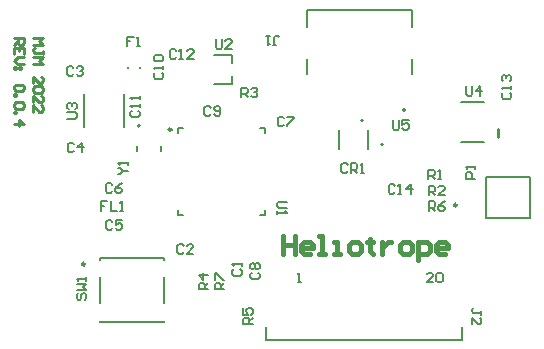
<source format=gto>
G04*
G04 #@! TF.GenerationSoftware,Altium Limited,Altium Designer,22.11.1 (43)*
G04*
G04 Layer_Color=65535*
%FSLAX25Y25*%
%MOIN*%
G70*
G04*
G04 #@! TF.SameCoordinates,DEB3DBE2-8002-4474-A54A-6D249E35E665*
G04*
G04*
G04 #@! TF.FilePolarity,Positive*
G04*
G01*
G75*
%ADD10C,0.00787*%
%ADD11C,0.00984*%
%ADD12C,0.01000*%
%ADD13C,0.00600*%
%ADD14C,0.00591*%
%ADD15C,0.00500*%
%ADD16C,0.01500*%
%ADD17C,0.00800*%
D10*
X126891Y65187D02*
G03*
X126891Y65187I-394J0D01*
G01*
X45847Y71480D02*
G03*
X45847Y71480I-394J0D01*
G01*
X134276Y76720D02*
G03*
X134276Y76720I-394J0D01*
G01*
X41932Y90902D02*
Y91098D01*
X45869Y90902D02*
Y91098D01*
X161016Y54291D02*
X175976D01*
Y40709D02*
Y54291D01*
X161016Y40709D02*
X175976D01*
X161016D02*
Y54291D01*
X87921Y240D02*
Y4571D01*
Y240D02*
X153079D01*
X153079D02*
Y4571D01*
X58433Y41633D02*
X60106D01*
X58433D02*
Y43306D01*
X85894Y41633D02*
X87567D01*
Y43306D01*
Y69094D02*
Y70767D01*
X85894D02*
X87567D01*
X58433D02*
X60106D01*
X58433Y69094D02*
Y70767D01*
X32670Y27330D02*
X53930D01*
Y6070D02*
Y6562D01*
Y12271D02*
Y21129D01*
Y26838D02*
Y27330D01*
X32670Y6070D02*
X53930D01*
X32670D02*
Y6562D01*
Y12271D02*
Y21129D01*
Y26838D02*
Y27330D01*
X101402Y88886D02*
Y93650D01*
X136598Y88886D02*
Y93650D01*
X101402Y104358D02*
Y110224D01*
X136598D01*
Y104358D02*
Y110224D01*
D11*
X151469Y45039D02*
G03*
X151469Y45039I-492J0D01*
G01*
X56366Y70176D02*
G03*
X56366Y70176I-492J0D01*
G01*
X27552Y25361D02*
G03*
X27552Y25361I-492J0D01*
G01*
D12*
X165200Y67800D02*
Y70300D01*
X119400Y73300D02*
X120000D01*
X10200Y100700D02*
X13399D01*
X12333Y99634D01*
X13399Y98567D01*
X10200D01*
X13399Y95368D02*
Y96435D01*
Y95902D01*
X10733D01*
X10200Y96435D01*
Y96968D01*
X10733Y97501D01*
X10200Y94302D02*
X13399D01*
X12333Y93236D01*
X13399Y92169D01*
X10200D01*
Y85772D02*
Y87904D01*
X12333Y85772D01*
X12866D01*
X13399Y86305D01*
Y87371D01*
X12866Y87904D01*
Y84705D02*
X13399Y84172D01*
Y83106D01*
X12866Y82573D01*
X10733D01*
X10200Y83106D01*
Y84172D01*
X10733Y84705D01*
X12866D01*
X10200Y79374D02*
Y81506D01*
X12333Y79374D01*
X12866D01*
X13399Y79907D01*
Y80973D01*
X12866Y81506D01*
X10200Y76175D02*
Y78307D01*
X12333Y76175D01*
X12866D01*
X13399Y76708D01*
Y77774D01*
X12866Y78307D01*
X4000Y100700D02*
X7199D01*
Y99101D01*
X6666Y98567D01*
X5599D01*
X5066Y99101D01*
Y100700D01*
Y99634D02*
X4000Y98567D01*
X7199Y95368D02*
Y97501D01*
X4000D01*
Y95368D01*
X5599Y97501D02*
Y96435D01*
X7199Y94302D02*
X5066D01*
X4000Y93236D01*
X5066Y92169D01*
X7199D01*
X6133Y91103D02*
Y90570D01*
X5599D01*
Y91103D01*
X6133D01*
X4533D02*
Y90570D01*
X4000D01*
Y91103D01*
X4533D01*
X6666Y85238D02*
X7199Y84705D01*
Y83639D01*
X6666Y83106D01*
X4533D01*
X4000Y83639D01*
Y84705D01*
X4533Y85238D01*
X6666D01*
X4000Y82039D02*
X4533D01*
Y81506D01*
X4000D01*
Y82039D01*
X6666Y79374D02*
X7199Y78840D01*
Y77774D01*
X6666Y77241D01*
X4533D01*
X4000Y77774D01*
Y78840D01*
X4533Y79374D01*
X6666D01*
X4000Y76175D02*
X4533D01*
Y75641D01*
X4000D01*
Y76175D01*
Y71909D02*
X7199D01*
X5599Y73509D01*
Y71376D01*
D13*
X152850Y66200D02*
X160550D01*
X152850Y79400D02*
X160550D01*
X121950Y63650D02*
Y69950D01*
X112250Y63650D02*
Y69950D01*
X76650Y92410D02*
Y95150D01*
X70350Y85250D02*
X76650D01*
Y87990D01*
X70350Y95150D02*
X76650D01*
D14*
X27207Y71088D02*
Y82112D01*
X40593Y71088D02*
Y82112D01*
D15*
X52737Y63130D02*
Y64870D01*
X44863Y63130D02*
Y64870D01*
D16*
X93600Y34797D02*
Y28799D01*
Y31798D01*
X97599D01*
Y34797D01*
Y28799D01*
X102597D02*
X100598D01*
X99598Y29799D01*
Y31798D01*
X100598Y32798D01*
X102597D01*
X103597Y31798D01*
Y30799D01*
X99598D01*
X105596Y28799D02*
X107596D01*
X106596D01*
Y34797D01*
X105596D01*
X110594Y28799D02*
X112594D01*
X111594D01*
Y32798D01*
X110594D01*
X116593Y28799D02*
X118592D01*
X119592Y29799D01*
Y31798D01*
X118592Y32798D01*
X116593D01*
X115593Y31798D01*
Y29799D01*
X116593Y28799D01*
X122591Y33798D02*
Y32798D01*
X121591D01*
X123590D01*
X122591D01*
Y29799D01*
X123590Y28799D01*
X126589Y32798D02*
Y28799D01*
Y30799D01*
X127589Y31798D01*
X128589Y32798D01*
X129588D01*
X133587Y28799D02*
X135586D01*
X136586Y29799D01*
Y31798D01*
X135586Y32798D01*
X133587D01*
X132587Y31798D01*
Y29799D01*
X133587Y28799D01*
X138585Y26800D02*
Y32798D01*
X141585D01*
X142584Y31798D01*
Y29799D01*
X141585Y28799D01*
X138585D01*
X147582D02*
X145583D01*
X144583Y29799D01*
Y31798D01*
X145583Y32798D01*
X147582D01*
X148582Y31798D01*
Y30799D01*
X144583D01*
D17*
X98453Y19276D02*
X99519D01*
X98986D01*
Y22475D01*
X98453Y21941D01*
X143499Y19276D02*
X141366D01*
X143499Y21408D01*
Y21941D01*
X142966Y22475D01*
X141899D01*
X141366Y21941D01*
X144565D02*
X145098Y22475D01*
X146165D01*
X146698Y21941D01*
Y19809D01*
X146165Y19276D01*
X145098D01*
X144565Y19809D01*
Y21941D01*
X154534Y84699D02*
Y82034D01*
X155067Y81501D01*
X156134D01*
X156667Y82034D01*
Y84699D01*
X159333Y81501D02*
Y84699D01*
X157733Y83100D01*
X159866D01*
X73900Y16934D02*
X70701D01*
Y18534D01*
X71234Y19067D01*
X72300D01*
X72833Y18534D01*
Y16934D01*
Y18000D02*
X73900Y19067D01*
X70701Y20133D02*
Y22266D01*
X71234D01*
X73366Y20133D01*
X73900D01*
X43700Y101199D02*
X41567D01*
Y99600D01*
X42634D01*
X41567D01*
Y98001D01*
X44766D02*
X45833D01*
X45300D01*
Y101199D01*
X44766Y100666D01*
X142034Y48300D02*
Y51499D01*
X143634D01*
X144167Y50966D01*
Y49900D01*
X143634Y49367D01*
X142034D01*
X143101D02*
X144167Y48300D01*
X147366D02*
X145233D01*
X147366Y50433D01*
Y50966D01*
X146833Y51499D01*
X145766D01*
X145233Y50966D01*
X130134Y73400D02*
Y70734D01*
X130667Y70201D01*
X131734D01*
X132267Y70734D01*
Y73400D01*
X135466D02*
X133333D01*
Y71800D01*
X134399Y72333D01*
X134933D01*
X135466Y71800D01*
Y70734D01*
X134933Y70201D01*
X133866D01*
X133333Y70734D01*
X142134Y43101D02*
Y46299D01*
X143734D01*
X144267Y45766D01*
Y44700D01*
X143734Y44167D01*
X142134D01*
X143201D02*
X144267Y43101D01*
X147466Y46299D02*
X146399Y45766D01*
X145333Y44700D01*
Y43634D01*
X145866Y43101D01*
X146933D01*
X147466Y43634D01*
Y44167D01*
X146933Y44700D01*
X145333D01*
X130834Y51466D02*
X130301Y51999D01*
X129235D01*
X128701Y51466D01*
Y49334D01*
X129235Y48801D01*
X130301D01*
X130834Y49334D01*
X131900Y48801D02*
X132967D01*
X132433D01*
Y51999D01*
X131900Y51466D01*
X136166Y48801D02*
Y51999D01*
X134566Y50400D01*
X136699D01*
X166934Y82534D02*
X166401Y82001D01*
Y80935D01*
X166934Y80401D01*
X169066D01*
X169599Y80935D01*
Y82001D01*
X169066Y82534D01*
X169599Y83600D02*
Y84667D01*
Y84133D01*
X166401D01*
X166934Y83600D01*
Y86266D02*
X166401Y86799D01*
Y87866D01*
X166934Y88399D01*
X167467D01*
X168000Y87866D01*
Y87332D01*
Y87866D01*
X168533Y88399D01*
X169066D01*
X169599Y87866D01*
Y86799D01*
X169066Y86266D01*
X57934Y96566D02*
X57401Y97100D01*
X56335D01*
X55801Y96566D01*
Y94434D01*
X56335Y93901D01*
X57401D01*
X57934Y94434D01*
X59000Y93901D02*
X60067D01*
X59533D01*
Y97100D01*
X59000Y96566D01*
X63799Y93901D02*
X61666D01*
X63799Y96033D01*
Y96566D01*
X63266Y97100D01*
X62199D01*
X61666Y96566D01*
X43034Y76567D02*
X42500Y76034D01*
Y74968D01*
X43034Y74435D01*
X45166D01*
X45700Y74968D01*
Y76034D01*
X45166Y76567D01*
X45700Y77633D02*
Y78700D01*
Y78167D01*
X42500D01*
X43034Y77633D01*
X45700Y80299D02*
Y81366D01*
Y80832D01*
X42500D01*
X43034Y80299D01*
X50934Y89234D02*
X50401Y88701D01*
Y87634D01*
X50934Y87101D01*
X53066D01*
X53600Y87634D01*
Y88701D01*
X53066Y89234D01*
X53600Y90300D02*
Y91367D01*
Y90833D01*
X50401D01*
X50934Y90300D01*
Y92966D02*
X50401Y93499D01*
Y94565D01*
X50934Y95099D01*
X53066D01*
X53600Y94565D01*
Y93499D01*
X53066Y92966D01*
X50934D01*
X69467Y77566D02*
X68934Y78100D01*
X67867D01*
X67334Y77566D01*
Y75434D01*
X67867Y74901D01*
X68934D01*
X69467Y75434D01*
X70533D02*
X71066Y74901D01*
X72133D01*
X72666Y75434D01*
Y77566D01*
X72133Y78100D01*
X71066D01*
X70533Y77566D01*
Y77033D01*
X71066Y76500D01*
X72666D01*
X83034Y22567D02*
X82500Y22034D01*
Y20967D01*
X83034Y20434D01*
X85166D01*
X85699Y20967D01*
Y22034D01*
X85166Y22567D01*
X83034Y23633D02*
X82500Y24166D01*
Y25233D01*
X83034Y25766D01*
X83567D01*
X84100Y25233D01*
X84633Y25766D01*
X85166D01*
X85699Y25233D01*
Y24166D01*
X85166Y23633D01*
X84633D01*
X84100Y24166D01*
X83567Y23633D01*
X83034D01*
X84100Y24166D02*
Y25233D01*
X93867Y73966D02*
X93334Y74499D01*
X92267D01*
X91734Y73966D01*
Y71834D01*
X92267Y71301D01*
X93334D01*
X93867Y71834D01*
X94933Y74499D02*
X97066D01*
Y73966D01*
X94933Y71834D01*
Y71301D01*
X36567Y51866D02*
X36034Y52399D01*
X34967D01*
X34434Y51866D01*
Y49734D01*
X34967Y49200D01*
X36034D01*
X36567Y49734D01*
X39766Y52399D02*
X38699Y51866D01*
X37633Y50800D01*
Y49734D01*
X38166Y49200D01*
X39233D01*
X39766Y49734D01*
Y50267D01*
X39233Y50800D01*
X37633D01*
X36667Y39566D02*
X36134Y40099D01*
X35067D01*
X34534Y39566D01*
Y37434D01*
X35067Y36900D01*
X36134D01*
X36667Y37434D01*
X39866Y40099D02*
X37733D01*
Y38500D01*
X38800Y39033D01*
X39333D01*
X39866Y38500D01*
Y37434D01*
X39333Y36900D01*
X38266D01*
X37733Y37434D01*
X23867Y65366D02*
X23334Y65899D01*
X22267D01*
X21734Y65366D01*
Y63234D01*
X22267Y62700D01*
X23334D01*
X23867Y63234D01*
X26533Y62700D02*
Y65899D01*
X24933Y64300D01*
X27066D01*
X23667Y90866D02*
X23134Y91400D01*
X22067D01*
X21534Y90866D01*
Y88734D01*
X22067Y88200D01*
X23134D01*
X23667Y88734D01*
X24733Y90866D02*
X25266Y91400D01*
X26333D01*
X26866Y90866D01*
Y90333D01*
X26333Y89800D01*
X25800D01*
X26333D01*
X26866Y89267D01*
Y88734D01*
X26333Y88200D01*
X25266D01*
X24733Y88734D01*
X157599Y53867D02*
X154401D01*
Y55467D01*
X154934Y56000D01*
X156000D01*
X156533Y55467D01*
Y53867D01*
X157599Y57066D02*
Y58133D01*
Y57600D01*
X154401D01*
X154934Y57066D01*
X159599Y8533D02*
Y9600D01*
Y9066D01*
X156934D01*
X156401Y9600D01*
Y10133D01*
X156934Y10666D01*
X156401Y5334D02*
Y7467D01*
X158533Y5334D01*
X159066D01*
X159599Y5867D01*
Y6934D01*
X159066Y7467D01*
X38500Y55267D02*
X39034D01*
X40100Y56334D01*
X39034Y57400D01*
X38500D01*
X40100Y56334D02*
X41699D01*
Y58466D02*
Y59533D01*
Y59000D01*
X38500D01*
X39034Y58466D01*
X21500Y73834D02*
X24166D01*
X24700Y74367D01*
Y75434D01*
X24166Y75967D01*
X21500D01*
X22034Y77033D02*
X21500Y77566D01*
Y78633D01*
X22034Y79166D01*
X22567D01*
X23100Y78633D01*
Y78100D01*
Y78633D01*
X23633Y79166D01*
X24166D01*
X24700Y78633D01*
Y77566D01*
X24166Y77033D01*
X71134Y100399D02*
Y97734D01*
X71667Y97201D01*
X72734D01*
X73267Y97734D01*
Y100399D01*
X76466Y97201D02*
X74333D01*
X76466Y99333D01*
Y99866D01*
X75933Y100399D01*
X74866D01*
X74333Y99866D01*
X94700Y46233D02*
X92034D01*
X91501Y45700D01*
Y44633D01*
X92034Y44100D01*
X94700D01*
X91501Y43034D02*
Y41967D01*
Y42500D01*
X94700D01*
X94166Y43034D01*
X25234Y15600D02*
X24701Y15067D01*
Y14001D01*
X25234Y13468D01*
X25767D01*
X26300Y14001D01*
Y15067D01*
X26833Y15600D01*
X27366D01*
X27900Y15067D01*
Y14001D01*
X27366Y13468D01*
X24701Y16667D02*
X27900D01*
X26833Y17733D01*
X27900Y18800D01*
X24701D01*
X27900Y19866D02*
Y20932D01*
Y20399D01*
X24701D01*
X25234Y19866D01*
X83399Y5334D02*
X80200D01*
Y6934D01*
X80734Y7467D01*
X81800D01*
X82333Y6934D01*
Y5334D01*
Y6401D02*
X83399Y7467D01*
X80200Y10666D02*
Y8533D01*
X81800D01*
X81267Y9600D01*
Y10133D01*
X81800Y10666D01*
X82866D01*
X83399Y10133D01*
Y9066D01*
X82866Y8533D01*
X68599Y16934D02*
X65400D01*
Y18534D01*
X65934Y19067D01*
X67000D01*
X67533Y18534D01*
Y16934D01*
Y18000D02*
X68599Y19067D01*
Y21733D02*
X65400D01*
X67000Y20133D01*
Y22266D01*
X79634Y81001D02*
Y84200D01*
X81234D01*
X81767Y83666D01*
Y82600D01*
X81234Y82067D01*
X79634D01*
X80700D02*
X81767Y81001D01*
X82833Y83666D02*
X83366Y84200D01*
X84433D01*
X84966Y83666D01*
Y83133D01*
X84433Y82600D01*
X83899D01*
X84433D01*
X84966Y82067D01*
Y81534D01*
X84433Y81001D01*
X83366D01*
X82833Y81534D01*
X141967Y53701D02*
Y56899D01*
X143567D01*
X144100Y56366D01*
Y55300D01*
X143567Y54767D01*
X141967D01*
X143034D02*
X144100Y53701D01*
X145166D02*
X146233D01*
X145700D01*
Y56899D01*
X145166Y56366D01*
X90100Y98300D02*
X91166D01*
X90633D01*
Y100966D01*
X91166Y101499D01*
X91699D01*
X92233Y100966D01*
X89034Y101499D02*
X87967D01*
X88500D01*
Y98300D01*
X89034Y98834D01*
X35001Y46400D02*
X32868D01*
Y44800D01*
X33934D01*
X32868D01*
Y43200D01*
X36067Y46400D02*
Y43200D01*
X38199D01*
X39266D02*
X40332D01*
X39799D01*
Y46400D01*
X39266Y45866D01*
X115101Y58466D02*
X114567Y59000D01*
X113501D01*
X112968Y58466D01*
Y56334D01*
X113501Y55800D01*
X114567D01*
X115101Y56334D01*
X116167Y55800D02*
Y59000D01*
X117766D01*
X118299Y58466D01*
Y57400D01*
X117766Y56867D01*
X116167D01*
X117233D02*
X118299Y55800D01*
X119366D02*
X120432D01*
X119899D01*
Y59000D01*
X119366Y58466D01*
X60467Y31566D02*
X59934Y32100D01*
X58867D01*
X58334Y31566D01*
Y29434D01*
X58867Y28901D01*
X59934D01*
X60467Y29434D01*
X63666Y28901D02*
X61533D01*
X63666Y31033D01*
Y31566D01*
X63133Y32100D01*
X62066D01*
X61533Y31566D01*
X77134Y23700D02*
X76600Y23167D01*
Y22100D01*
X77134Y21567D01*
X79266D01*
X79799Y22100D01*
Y23167D01*
X79266Y23700D01*
X79799Y24766D02*
Y25833D01*
Y25300D01*
X76600D01*
X77134Y24766D01*
M02*

</source>
